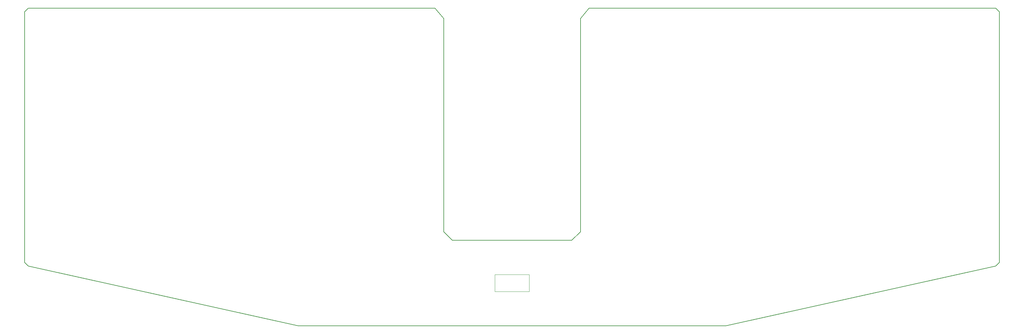
<source format=gbr>
G04 #@! TF.GenerationSoftware,KiCad,Pcbnew,7.0.10*
G04 #@! TF.CreationDate,2024-03-22T12:37:29+09:00*
G04 #@! TF.ProjectId,first_keyboard,66697273-745f-46b6-9579-626f6172642e,rev?*
G04 #@! TF.SameCoordinates,Original*
G04 #@! TF.FileFunction,Profile,NP*
%FSLAX46Y46*%
G04 Gerber Fmt 4.6, Leading zero omitted, Abs format (unit mm)*
G04 Created by KiCad (PCBNEW 7.0.10) date 2024-03-22 12:37:29*
%MOMM*%
%LPD*%
G01*
G04 APERTURE LIST*
G04 #@! TA.AperFunction,Profile*
%ADD10C,0.050000*%
G04 #@! TD*
G04 #@! TA.AperFunction,Profile*
%ADD11C,0.200000*%
G04 #@! TD*
G04 APERTURE END LIST*
D10*
X142875000Y-102393750D02*
X152400000Y-102393750D01*
D11*
X166687500Y-90487500D02*
X164306250Y-92868750D01*
X166687500Y-90487500D02*
X166687500Y-30956250D01*
X128587500Y-90487500D02*
X130968750Y-92868750D01*
D10*
X152400000Y-107156250D02*
X142875000Y-107156250D01*
D11*
X282368750Y-100012500D02*
X207168750Y-116681250D01*
X283368750Y-29075000D02*
X283368750Y-99012500D01*
X283368750Y-99012500D02*
X282368750Y-100012500D01*
X126206250Y-28075000D02*
X128587500Y-30956250D01*
X130968750Y-92868750D02*
X164306250Y-92868750D01*
X282368750Y-28075000D02*
X283368750Y-29075000D01*
X11906250Y-99012500D02*
X11906250Y-29075000D01*
X207168750Y-116681250D02*
X88106250Y-116681250D01*
D10*
X152400000Y-102393750D02*
X152400000Y-107156250D01*
X142875000Y-107156250D02*
X142875000Y-102393750D01*
D11*
X88106250Y-116681250D02*
X12906250Y-100012500D01*
X12906250Y-28075000D02*
X126206250Y-28075000D01*
X12906250Y-28075000D02*
X11906250Y-29075000D01*
X169068750Y-28075000D02*
X282368750Y-28075000D01*
X11906250Y-99012500D02*
X12906250Y-100012500D01*
X128587500Y-30956250D02*
X128587500Y-90487500D01*
X169068750Y-28075000D02*
X166687500Y-30956250D01*
M02*

</source>
